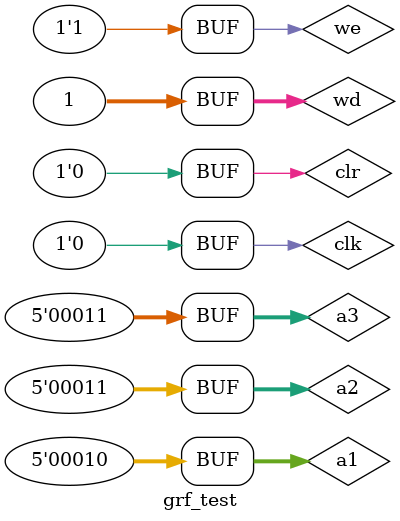
<source format=v>
`timescale 1ns / 1ps


module grf_test;

	// Inputs
	reg clk;
	reg clr;
	reg we;
	reg [31:0] wd;
	reg [4:0] a1;
	reg [4:0] a2;
	reg [4:0] a3;

	// Outputs
	wire [31:0] rd1;
	wire [31:0] rd2;

	// Instantiate the Unit Under Test (UUT)
	GRF uut (
		.clk(clk), 
		.clr(clr), 
		.we(we), 
		.wd(wd), 
		.a1(a1), 
		.a2(a2), 
		.a3(a3), 
		.rd1(rd1), 
		.rd2(rd2)
	);

	initial begin
		// Initialize Inputs
		clk = 0;
		clr = 0;
		we = 0;
		wd = 0;
		a1 = 0;
		a2 = 0;
		a3 = 0;

		// Wait 100 ns for global reset to finish
		#100;
        wd=1;
		  we=1;
		  a1=2;
		  a2=3;
		  a3=0;
		  wd=1;
		 #5;
		 wd=1;
		  we=1;
		  a1=2;
		  a2=3;
		  a3=3;
		  wd=1;
		// Add stimulus here

	end
      
endmodule


</source>
